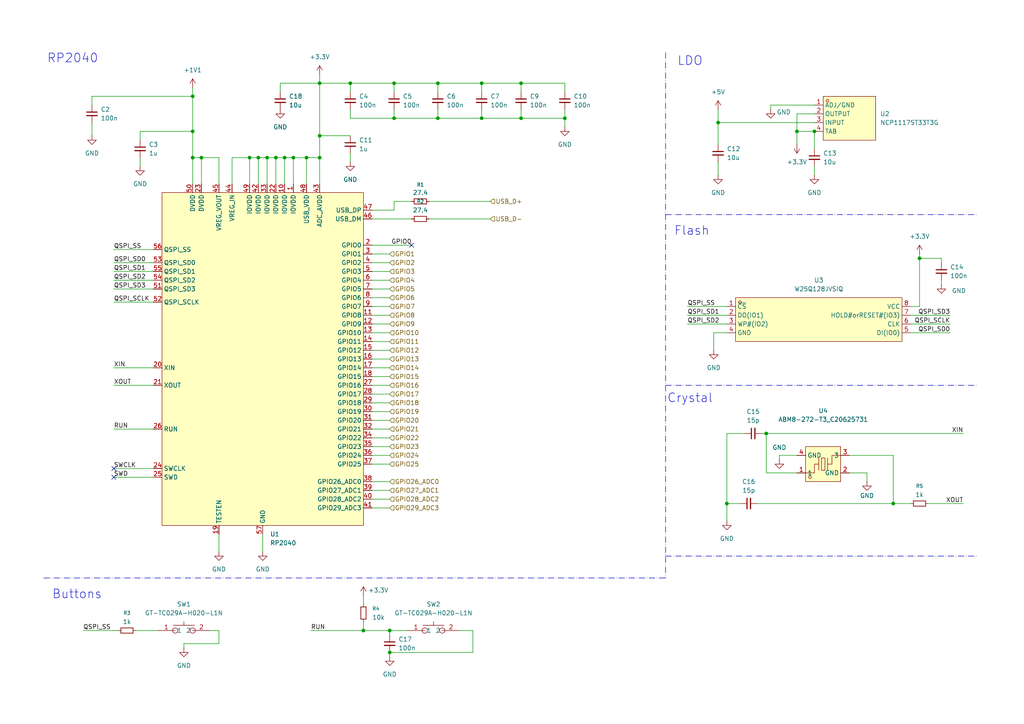
<source format=kicad_sch>
(kicad_sch (version 20250114) (generator "eeschema") (generator_version "9.0")
  (paper "A4")
  (lib_symbols
    (symbol "Device:C_Small" (pin_numbers (hide yes)) (pin_names (offset 0.254) (hide yes))
      (property "Reference" "C" (at 0.254 1.778 0))
      (property "Value" "C_Small" (at 0.254 -2.032 0))
      (symbol "C_Small_0_1"
        (polyline (pts (xy -1.524 0.508) (xy 1.524 0.508)) (stroke (width 0.3048)))
        (polyline (pts (xy -1.524 -0.508) (xy 1.524 -0.508)) (stroke (width 0.3302)))
      )
      (symbol "C_Small_1_1"
        (pin passive line (at 0 2.54 270) (length 2.032) (name "~") (number "1"))
        (pin passive line (at 0 -2.54 90) (length 2.032) (name "~") (number "2"))
      )
    )
    (symbol "Device:R_Small" (pin_numbers (hide yes)) (pin_names (offset 0.254) (hide yes))
      (property "Reference" "R" (at 0 0 90))
      (property "Value" "R_Small" (at 1.778 0 90))
      (symbol "R_Small_0_1"
        (rectangle (start -0.762 1.778) (end 0.762 -1.778) (stroke (width 0.2032)))
      )
      (symbol "R_Small_1_1"
        (pin passive line (at 0 2.54 270) (length 0.762) (name "~") (number "1"))
        (pin passive line (at 0 -2.54 90) (length 0.762) (name "~") (number "2"))
      )
    )
    (symbol "easyeda2kicad:ABM8-272-T3_C20625731"
      (property "Reference" "U" (at 0 7.62 0))
      (property "Value" "ABM8-272-T3_C20625731" (at 0 -7.62 0))
      (symbol "ABM8-272-T3_C20625731_0_1"
        (rectangle (start -5.08 5.08) (end 5.08 -5.08) (fill (type background)))
        (polyline (pts (xy -5.08 -2.54) (xy -2.54 -2.54) (xy -2.54 0) (xy -1.27 0)))
        (circle (center -3.81 -3.81) (radius 0.38))
        (polyline (pts (xy -1.27 -1.78) (xy -1.27 1.78)))
        (rectangle (start -0.51 1.78) (end 0.51 -1.78) (fill (type background)))
        (polyline (pts (xy 1.27 -1.78) (xy 1.27 1.78)))
        (polyline (pts (xy 5.08 2.54) (xy 2.54 2.54) (xy 2.54 0) (xy 1.27 0)))
        (pin input line (at -7.62 2.54 0) (length 2.54) (name "GND") (number "4"))
        (pin input line (at -7.62 -2.54 0) (length 2.54) (name "1") (number "1"))
        (pin input line (at 7.62 2.54 180) (length 2.54) (name "3") (number "3"))
        (pin input line (at 7.62 -2.54 180) (length 2.54) (name "GND") (number "2"))
      )
    )
    (symbol "easyeda2kicad:GT-TC029A-H020-L1N"
      (property "Reference" "SW" (at 0 5.08 0))
      (property "Value" "GT-TC029A-H020-L1N" (at 0 -5.08 0))
      (symbol "GT-TC029A-H020-L1N_0_1"
        (polyline (pts (xy -3.05 1.52) (xy 3.05 1.52)))
        (circle (center -2.54 0) (radius 0.76))
        (polyline (pts (xy 0 1.52) (xy 0 2.54)))
        (circle (center 2.54 0) (radius 0.76))
        (pin unspecified line (at -7.62 0 0) (length 5.08) (name "1") (number "1"))
        (pin unspecified line (at 7.62 0 180) (length 5.08) (name "2") (number "2"))
      )
    )
    (symbol "easyeda2kicad:NCP1117ST33T3G"
      (property "Reference" "U" (at 0 8.89 0))
      (property "Value" "NCP1117ST33T3G" (at 0 -8.89 0))
      (symbol "NCP1117ST33T3G_0_1"
        (rectangle (start -7.62 6.35) (end 7.62 -6.35) (fill (type background)))
        (circle (center -6.35 5.08) (radius 0.38))
        (pin unspecified line (at -10.16 3.81 0) (length 2.54) (name "ADJ/GND") (number "1"))
        (pin unspecified line (at -10.16 1.27 0) (length 2.54) (name "OUTPUT") (number "2"))
        (pin unspecified line (at -10.16 -1.27 0) (length 2.54) (name "INPUT") (number "3"))
        (pin unspecified line (at -10.16 -3.81 0) (length 2.54) (name "TAB") (number "4"))
      )
    )
    (symbol "easyeda2kicad:RP2040"
      (property "Reference" "U" (at 0 58.42 0))
      (property "Value" "RP2040" (at 0 -53.34 0))
      (symbol "RP2040_0_1"
        (rectangle (start -29.21 50.8) (end 29.21 -45.72) (fill (type background)))
        (pin bidirectional line (at -31.75 34.29 0) (length 2.54) (name "QSPI_SS") (number "56"))
        (pin bidirectional line (at -31.75 30.48 0) (length 2.54) (name "QSPI_SD0") (number "53"))
        (pin bidirectional line (at -31.75 27.94 0) (length 2.54) (name "QSPI_SD1") (number "55"))
        (pin bidirectional line (at -31.75 25.4 0) (length 2.54) (name "QSPI_SD2") (number "54"))
        (pin bidirectional line (at -31.75 22.86 0) (length 2.54) (name "QSPI_SD3") (number "51"))
        (pin output line (at -31.75 19.05 0) (length 2.54) (name "QSPI_SCLK") (number "52"))
        (pin input line (at -31.75 0 0) (length 2.54) (name "XIN") (number "20"))
        (pin unspecified line (at -31.75 -5.08 0) (length 2.54) (name "XOUT") (number "21"))
        (pin input line (at -31.75 -17.78 0) (length 2.54) (name "RUN") (number "26"))
        (pin output line (at -31.75 -29.21 0) (length 2.54) (name "SWCLK") (number "24"))
        (pin bidirectional line (at -31.75 -31.75 0) (length 2.54) (name "SWD") (number "25"))
        (pin bidirectional line (at -20.32 53.34 270) (length 2.54) (name "DVDD") (number "50"))
        (pin bidirectional line (at -17.78 53.34 270) (length 2.54) (name "DVDD") (number "23"))
        (pin bidirectional line (at -12.7 53.34 270) (length 2.54) (name "VREG_VOUT") (number "45"))
        (pin unspecified line (at -12.7 -48.26 90) (length 2.54) (name "TESTEN") (number "19"))
        (pin bidirectional line (at -8.89 53.34 270) (length 2.54) (name "VREG_IN") (number "44"))
        (pin bidirectional line (at -3.81 53.34 270) (length 2.54) (name "IOVDD") (number "49"))
        (pin bidirectional line (at -1.27 53.34 270) (length 2.54) (name "IOVDD") (number "42"))
        (pin bidirectional line (at 0 -48.26 90) (length 2.54) (name "GND") (number "57"))
        (pin bidirectional line (at 1.27 53.34 270) (length 2.54) (name "IOVDD") (number "33"))
        (pin bidirectional line (at 3.81 53.34 270) (length 2.54) (name "IOVDD") (number "22"))
        (pin bidirectional line (at 6.35 53.34 270) (length 2.54) (name "IOVDD") (number "10"))
        (pin bidirectional line (at 8.89 53.34 270) (length 2.54) (name "IOVDD") (number "1"))
        (pin bidirectional line (at 12.7 53.34 270) (length 2.54) (name "USB_VDD") (number "48"))
        (pin bidirectional line (at 16.51 53.34 270) (length 2.54) (name "ADC_AVDD") (number "43"))
        (pin bidirectional line (at 31.75 45.72 180) (length 2.54) (name "USB_DP") (number "47"))
        (pin bidirectional line (at 31.75 43.18 180) (length 2.54) (name "USB_DM") (number "46"))
        (pin bidirectional line (at 31.75 35.56 180) (length 2.54) (name "GPIO0") (number "2"))
        (pin bidirectional line (at 31.75 33.02 180) (length 2.54) (name "GPIO1") (number "3"))
        (pin bidirectional line (at 31.75 30.48 180) (length 2.54) (name "GPIO2") (number "4"))
        (pin bidirectional line (at 31.75 27.94 180) (length 2.54) (name "GPIO3") (number "5"))
        (pin bidirectional line (at 31.75 25.4 180) (length 2.54) (name "GPIO4") (number "6"))
        (pin bidirectional line (at 31.75 22.86 180) (length 2.54) (name "GPIO5") (number "7"))
        (pin bidirectional line (at 31.75 20.32 180) (length 2.54) (name "GPIO6") (number "8"))
        (pin bidirectional line (at 31.75 17.78 180) (length 2.54) (name "GPIO7") (number "9"))
        (pin bidirectional line (at 31.75 15.24 180) (length 2.54) (name "GPIO8") (number "11"))
        (pin bidirectional line (at 31.75 12.7 180) (length 2.54) (name "GPIO9") (number "12"))
        (pin bidirectional line (at 31.75 10.16 180) (length 2.54) (name "GPIO10") (number "13"))
        (pin bidirectional line (at 31.75 7.62 180) (length 2.54) (name "GPIO11") (number "14"))
        (pin bidirectional line (at 31.75 5.08 180) (length 2.54) (name "GPIO12") (number "15"))
        (pin bidirectional line (at 31.75 2.54 180) (length 2.54) (name "GPIO13") (number "16"))
        (pin bidirectional line (at 31.75 0 180) (length 2.54) (name "GPIO14") (number "17"))
        (pin bidirectional line (at 31.75 -2.54 180) (length 2.54) (name "GPIO15") (number "18"))
        (pin bidirectional line (at 31.75 -5.08 180) (length 2.54) (name "GPIO16") (number "27"))
        (pin bidirectional line (at 31.75 -7.62 180) (length 2.54) (name "GPIO17") (number "28"))
        (pin bidirectional line (at 31.75 -10.16 180) (length 2.54) (name "GPIO18") (number "29"))
        (pin bidirectional line (at 31.75 -12.7 180) (length 2.54) (name "GPIO19") (number "30"))
        (pin bidirectional line (at 31.75 -15.24 180) (length 2.54) (name "GPIO20") (number "31"))
        (pin bidirectional line (at 31.75 -17.78 180) (length 2.54) (name "GPIO21") (number "32"))
        (pin bidirectional line (at 31.75 -20.32 180) (length 2.54) (name "GPIO22") (number "34"))
        (pin bidirectional line (at 31.75 -22.86 180) (length 2.54) (name "GPIO23") (number "35"))
        (pin bidirectional line (at 31.75 -25.4 180) (length 2.54) (name "GPIO24") (number "36"))
        (pin bidirectional line (at 31.75 -27.94 180) (length 2.54) (name "GPIO25") (number "37"))
        (pin bidirectional line (at 31.75 -33.02 180) (length 2.54) (name "GPIO26_ADC0") (number "38"))
        (pin bidirectional line (at 31.75 -35.56 180) (length 2.54) (name "GPIO27_ADC1") (number "39"))
        (pin bidirectional line (at 31.75 -38.1 180) (length 2.54) (name "GPIO28_ADC2") (number "40"))
        (pin bidirectional line (at 31.75 -40.64 180) (length 2.54) (name "GPIO29_ADC3") (number "41"))
      )
    )
    (symbol "easyeda2kicad:W25Q128JVSIQ"
      (property "Reference" "U" (at 0 8.89 0))
      (property "Value" "W25Q128JVSIQ" (at 0 -8.89 0))
      (symbol "W25Q128JVSIQ_0_1"
        (rectangle (start -24.13 6.35) (end 24.13 -6.35) (fill (type background)))
        (circle (center -22.86 5.08) (radius 0.38))
        (pin unspecified line (at -26.67 3.81 0) (length 2.54) (name "~{CS}") (number "1"))
        (pin unspecified line (at -26.67 1.27 0) (length 2.54) (name "DO(IO1)") (number "2"))
        (pin unspecified line (at -26.67 -1.27 0) (length 2.54) (name "WP#(IO2)") (number "3"))
        (pin unspecified line (at -26.67 -3.81 0) (length 2.54) (name "GND") (number "4"))
        (pin unspecified line (at 26.67 3.81 180) (length 2.54) (name "VCC") (number "8"))
        (pin unspecified line (at 26.67 1.27 180) (length 2.54) (name "HOLD#orRESET#(IO3)") (number "7"))
        (pin unspecified line (at 26.67 -1.27 180) (length 2.54) (name "CLK") (number "6"))
        (pin unspecified line (at 26.67 -3.81 180) (length 2.54) (name "DI(IO0)") (number "5"))
      )
    )
    (symbol "power:+1V1" (power) (pin_numbers (hide yes)) (pin_names (offset 0) (hide yes))
      (property "Value" "+1V1" (at 0 3.556 0))
      (symbol "+1V1_0_1"
        (polyline (pts (xy -0.762 1.27) (xy 0 2.54)))
        (polyline (pts (xy 0 2.54) (xy 0.762 1.27)))
        (polyline (pts (xy 0 0) (xy 0 2.54)))
      )
      (symbol "+1V1_1_1"
        (pin power_in line (at 0 0 90) (length 0) (name "~") (number "1"))
      )
    )
    (symbol "power:+3.3V" (power) (pin_numbers (hide yes)) (pin_names (offset 0) (hide yes))
      (property "Value" "+3.3V" (at 0 3.556 0))
      (symbol "+3.3V_0_1"
        (polyline (pts (xy -0.762 1.27) (xy 0 2.54)))
        (polyline (pts (xy 0 2.54) (xy 0.762 1.27)))
        (polyline (pts (xy 0 0) (xy 0 2.54)))
      )
      (symbol "+3.3V_1_1"
        (pin power_in line (at 0 0 90) (length 0) (name "~") (number "1"))
      )
    )
    (symbol "power:+5V" (power) (pin_numbers (hide yes)) (pin_names (offset 0) (hide yes))
      (property "Value" "+5V" (at 0 3.556 0))
      (symbol "+5V_0_1"
        (polyline (pts (xy -0.762 1.27) (xy 0 2.54)))
        (polyline (pts (xy 0 2.54) (xy 0.762 1.27)))
        (polyline (pts (xy 0 0) (xy 0 2.54)))
      )
      (symbol "+5V_1_1"
        (pin power_in line (at 0 0 90) (length 0) (name "~") (number "1"))
      )
    )
    (symbol "power:GND" (power) (pin_numbers (hide yes)) (pin_names (offset 0) (hide yes))
      (property "Value" "GND" (at 0 -3.81 0))
      (symbol "GND_0_1"
        (polyline (pts (xy 0 0) (xy 0 -1.27) (xy 1.27 -1.27) (xy 0 -2.54) (xy -1.27 -1.27) (xy 0 -1.27)))
      )
      (symbol "GND_1_1"
        (pin power_in line (at 0 0 270) (length 0) (name "~") (number "1"))
      )
    )
  )
  (text "Flash" (at 200.66 67.056 0) (effects (font (size 2.54 2.54))))
  (text "LDO" (at 200.152 17.78 0) (effects (font (size 2.54 2.54))))
  (text "Crystal" (at 200.152 115.57 0) (effects (font (size 2.54 2.54))))
  (text "Buttons" (at 22.352 172.466 0) (effects (font (size 2.54 2.54))))
  (text "RP2040" (at 21.082 17.018 0) (effects (font (size 2.54 2.54))))
  (junction (at 72.39 45.72))
  (junction (at 222.25 125.73))
  (junction (at 208.28 35.56))
  (junction (at 58.42 45.72))
  (junction (at 55.88 38.1))
  (junction (at 151.13 24.13))
  (junction (at 55.88 27.94))
  (junction (at 163.83 34.29))
  (junction (at 139.7 34.29))
  (junction (at 74.93 45.72))
  (junction (at 82.55 45.72))
  (junction (at 80.01 45.72))
  (junction (at 105.41 182.88))
  (junction (at 266.7 74.93))
  (junction (at 88.9 45.72))
  (junction (at 231.14 38.1))
  (junction (at 113.03 182.88))
  (junction (at 210.82 146.05))
  (junction (at 236.22 38.1))
  (junction (at 259.08 146.05))
  (junction (at 92.71 39.37))
  (junction (at 127 24.13))
  (junction (at 139.7 24.13))
  (junction (at 55.88 45.72))
  (junction (at 85.09 45.72))
  (junction (at 92.71 45.72))
  (junction (at 101.6 24.13))
  (junction (at 113.03 189.23))
  (junction (at 127 34.29))
  (junction (at 114.3 34.29))
  (junction (at 114.3 24.13))
  (junction (at 77.47 45.72))
  (junction (at 92.71 24.13))
  (junction (at 151.13 34.29))
  (no_connect (at 119.38 71.12))
  (no_connect (at 33.02 135.89))
  (no_connect (at 33.02 138.43))
  (wire (pts (xy 77.47 45.72) (xy 77.47 53.34)))
  (wire (pts (xy 107.95 139.7) (xy 113.03 139.7)))
  (wire (pts (xy 107.95 111.76) (xy 113.03 111.76)))
  (wire (pts (xy 55.88 25.4) (xy 55.88 27.94)))
  (wire (pts (xy 208.28 31.75) (xy 208.28 35.56)))
  (wire (pts (xy 231.14 38.1) (xy 231.14 41.91)))
  (wire (pts (xy 107.95 106.68) (xy 113.03 106.68)))
  (wire (pts (xy 107.95 93.98) (xy 113.03 93.98)))
  (wire (pts (xy 231.14 38.1) (xy 231.14 33.02)))
  (wire (pts (xy 55.88 27.94) (xy 55.88 38.1)))
  (wire (pts (xy 207.01 101.6) (xy 207.01 96.52)))
  (wire (pts (xy 26.67 35.56) (xy 26.67 39.37)))
  (wire (pts (xy 33.02 76.2) (xy 44.45 76.2)))
  (wire (pts (xy 74.93 45.72) (xy 77.47 45.72)))
  (wire (pts (xy 251.46 137.16) (xy 251.46 139.7)))
  (wire (pts (xy 151.13 24.13) (xy 163.83 24.13)))
  (wire (pts (xy 151.13 34.29) (xy 163.83 34.29)))
  (wire (pts (xy 264.16 88.9) (xy 266.7 88.9)))
  (wire (pts (xy 63.5 154.94) (xy 63.5 160.02)))
  (wire (pts (xy 114.3 24.13) (xy 114.3 26.67)))
  (wire (pts (xy 114.3 24.13) (xy 127 24.13)))
  (wire (pts (xy 40.64 45.72) (xy 40.64 48.26)))
  (wire (pts (xy 273.05 74.93) (xy 273.05 76.2)))
  (wire (pts (xy 76.2 154.94) (xy 76.2 160.02)))
  (wire (pts (xy 236.22 48.26) (xy 236.22 50.8)))
  (wire (pts (xy 92.71 24.13) (xy 92.71 39.37)))
  (wire (pts (xy 137.16 182.88) (xy 133.35 182.88)))
  (wire (pts (xy 114.3 60.96) (xy 114.3 58.42)))
  (wire (pts (xy 139.7 24.13) (xy 151.13 24.13)))
  (wire (pts (xy 113.03 184.15) (xy 113.03 182.88)))
  (wire (pts (xy 107.95 63.5) (xy 119.38 63.5)))
  (wire (pts (xy 163.83 26.67) (xy 163.83 24.13)))
  (wire (pts (xy 259.08 132.08) (xy 259.08 146.05)))
  (wire (pts (xy 275.59 93.98) (xy 264.16 93.98)))
  (wire (pts (xy 139.7 34.29) (xy 151.13 34.29)))
  (wire (pts (xy 33.02 81.28) (xy 44.45 81.28)))
  (wire (pts (xy 107.95 116.84) (xy 113.03 116.84)))
  (wire (pts (xy 236.22 38.1) (xy 231.14 38.1)))
  (wire (pts (xy 208.28 46.99) (xy 208.28 50.8)))
  (wire (pts (xy 92.71 24.13) (xy 101.6 24.13)))
  (wire (pts (xy 231.14 33.02) (xy 236.22 33.02)))
  (wire (pts (xy 208.28 35.56) (xy 236.22 35.56)))
  (wire (pts (xy 105.41 182.88) (xy 113.03 182.88)))
  (wire (pts (xy 226.06 133.35) (xy 226.06 132.08)))
  (wire (pts (xy 55.88 45.72) (xy 58.42 45.72)))
  (wire (pts (xy 127 34.29) (xy 139.7 34.29)))
  (wire (pts (xy 107.95 127) (xy 113.03 127)))
  (wire (pts (xy 82.55 45.72) (xy 82.55 53.34)))
  (wire (pts (xy 113.03 189.23) (xy 137.16 189.23)))
  (wire (pts (xy 139.7 24.13) (xy 139.7 26.67)))
  (wire (pts (xy 246.38 137.16) (xy 251.46 137.16)))
  (wire (pts (xy 107.95 71.12) (xy 119.38 71.12)))
  (polyline (pts (xy 193.04 111.76) (xy 283.21 111.76)) (stroke (width 0) (type dash_dot)))
  (wire (pts (xy 107.95 142.24) (xy 113.03 142.24)))
  (wire (pts (xy 210.82 125.73) (xy 210.82 146.05)))
  (wire (pts (xy 210.82 146.05) (xy 214.63 146.05)))
  (wire (pts (xy 107.95 134.62) (xy 113.03 134.62)))
  (wire (pts (xy 220.98 125.73) (xy 222.25 125.73)))
  (wire (pts (xy 63.5 182.88) (xy 63.5 186.69)))
  (wire (pts (xy 151.13 31.75) (xy 151.13 34.29)))
  (wire (pts (xy 139.7 31.75) (xy 139.7 34.29)))
  (wire (pts (xy 33.02 83.82) (xy 44.45 83.82)))
  (wire (pts (xy 107.95 73.66) (xy 113.03 73.66)))
  (wire (pts (xy 266.7 74.93) (xy 266.7 88.9)))
  (wire (pts (xy 246.38 132.08) (xy 259.08 132.08)))
  (wire (pts (xy 114.3 58.42) (xy 119.38 58.42)))
  (wire (pts (xy 107.95 101.6) (xy 113.03 101.6)))
  (wire (pts (xy 92.71 24.13) (xy 81.28 24.13)))
  (wire (pts (xy 39.37 182.88) (xy 45.72 182.88)))
  (wire (pts (xy 199.39 93.98) (xy 210.82 93.98)))
  (wire (pts (xy 101.6 44.45) (xy 101.6 46.99)))
  (wire (pts (xy 107.95 60.96) (xy 114.3 60.96)))
  (wire (pts (xy 127 31.75) (xy 127 34.29)))
  (wire (pts (xy 124.46 63.5) (xy 142.24 63.5)))
  (wire (pts (xy 101.6 24.13) (xy 114.3 24.13)))
  (wire (pts (xy 163.83 34.29) (xy 163.83 36.83)))
  (wire (pts (xy 107.95 83.82) (xy 113.03 83.82)))
  (wire (pts (xy 127 24.13) (xy 127 26.67)))
  (wire (pts (xy 26.67 27.94) (xy 26.67 30.48)))
  (wire (pts (xy 33.02 135.89) (xy 44.45 135.89)))
  (wire (pts (xy 33.02 138.43) (xy 44.45 138.43)))
  (wire (pts (xy 107.95 76.2) (xy 113.03 76.2)))
  (wire (pts (xy 33.02 78.74) (xy 44.45 78.74)))
  (polyline (pts (xy 12.7 167.64) (xy 193.04 167.64)) (stroke (width 0) (type dash_dot)))
  (wire (pts (xy 88.9 53.34) (xy 88.9 45.72)))
  (wire (pts (xy 53.34 186.69) (xy 53.34 187.96)))
  (wire (pts (xy 114.3 34.29) (xy 127 34.29)))
  (wire (pts (xy 223.52 30.48) (xy 236.22 30.48)))
  (wire (pts (xy 275.59 96.52) (xy 264.16 96.52)))
  (wire (pts (xy 275.59 91.44) (xy 264.16 91.44)))
  (wire (pts (xy 90.17 182.88) (xy 105.41 182.88)))
  (polyline (pts (xy 193.04 15.24) (xy 193.04 167.64)) (stroke (width 0) (type dash_dot)))
  (wire (pts (xy 107.95 121.92) (xy 113.03 121.92)))
  (wire (pts (xy 259.08 146.05) (xy 264.16 146.05)))
  (wire (pts (xy 107.95 109.22) (xy 113.03 109.22)))
  (wire (pts (xy 107.95 147.32) (xy 113.03 147.32)))
  (wire (pts (xy 107.95 78.74) (xy 113.03 78.74)))
  (wire (pts (xy 127 24.13) (xy 139.7 24.13)))
  (wire (pts (xy 222.25 125.73) (xy 279.4 125.73)))
  (wire (pts (xy 63.5 53.34) (xy 63.5 45.72)))
  (wire (pts (xy 137.16 189.23) (xy 137.16 182.88)))
  (wire (pts (xy 101.6 31.75) (xy 101.6 34.29)))
  (wire (pts (xy 40.64 40.64) (xy 40.64 38.1)))
  (wire (pts (xy 163.83 31.75) (xy 163.83 34.29)))
  (wire (pts (xy 72.39 45.72) (xy 74.93 45.72)))
  (wire (pts (xy 63.5 186.69) (xy 53.34 186.69)))
  (wire (pts (xy 208.28 35.56) (xy 208.28 41.91)))
  (wire (pts (xy 55.88 38.1) (xy 55.88 45.72)))
  (wire (pts (xy 80.01 45.72) (xy 82.55 45.72)))
  (wire (pts (xy 72.39 53.34) (xy 72.39 45.72)))
  (wire (pts (xy 58.42 45.72) (xy 58.42 53.34)))
  (wire (pts (xy 107.95 129.54) (xy 113.03 129.54)))
  (wire (pts (xy 92.71 39.37) (xy 92.71 45.72)))
  (wire (pts (xy 266.7 74.93) (xy 266.7 73.66)))
  (wire (pts (xy 114.3 31.75) (xy 114.3 34.29)))
  (wire (pts (xy 273.05 82.55) (xy 273.05 81.28)))
  (wire (pts (xy 107.95 132.08) (xy 113.03 132.08)))
  (wire (pts (xy 81.28 24.13) (xy 81.28 26.67)))
  (wire (pts (xy 107.95 104.14) (xy 113.03 104.14)))
  (wire (pts (xy 207.01 96.52) (xy 210.82 96.52)))
  (polyline (pts (xy 193.04 62.23) (xy 283.21 62.23)) (stroke (width 0) (type dash_dot)))
  (wire (pts (xy 92.71 45.72) (xy 92.71 53.34)))
  (wire (pts (xy 199.39 91.44) (xy 210.82 91.44)))
  (wire (pts (xy 222.25 137.16) (xy 222.25 125.73)))
  (wire (pts (xy 24.13 182.88) (xy 34.29 182.88)))
  (wire (pts (xy 107.95 96.52) (xy 113.03 96.52)))
  (wire (pts (xy 85.09 45.72) (xy 88.9 45.72)))
  (wire (pts (xy 77.47 45.72) (xy 80.01 45.72)))
  (wire (pts (xy 33.02 87.63) (xy 44.45 87.63)))
  (wire (pts (xy 199.39 88.9) (xy 210.82 88.9)))
  (wire (pts (xy 231.14 137.16) (xy 222.25 137.16)))
  (wire (pts (xy 101.6 24.13) (xy 101.6 26.67)))
  (wire (pts (xy 55.88 53.34) (xy 55.88 45.72)))
  (wire (pts (xy 107.95 91.44) (xy 113.03 91.44)))
  (polyline (pts (xy 193.04 161.29) (xy 283.21 161.29)) (stroke (width 0) (type dash_dot)))
  (wire (pts (xy 26.67 27.94) (xy 55.88 27.94)))
  (wire (pts (xy 85.09 53.34) (xy 85.09 45.72)))
  (wire (pts (xy 113.03 190.5) (xy 113.03 189.23)))
  (wire (pts (xy 63.5 45.72) (xy 58.42 45.72)))
  (wire (pts (xy 60.96 182.88) (xy 63.5 182.88)))
  (wire (pts (xy 105.41 172.72) (xy 105.41 175.26)))
  (wire (pts (xy 88.9 45.72) (xy 92.71 45.72)))
  (wire (pts (xy 107.95 124.46) (xy 113.03 124.46)))
  (wire (pts (xy 74.93 45.72) (xy 74.93 53.34)))
  (wire (pts (xy 107.95 88.9) (xy 113.03 88.9)))
  (wire (pts (xy 80.01 45.72) (xy 80.01 53.34)))
  (wire (pts (xy 107.95 144.78) (xy 113.03 144.78)))
  (wire (pts (xy 113.03 182.88) (xy 118.11 182.88)))
  (wire (pts (xy 107.95 99.06) (xy 113.03 99.06)))
  (wire (pts (xy 33.02 124.46) (xy 44.45 124.46)))
  (wire (pts (xy 107.95 81.28) (xy 113.03 81.28)))
  (wire (pts (xy 92.71 39.37) (xy 101.6 39.37)))
  (wire (pts (xy 210.82 146.05) (xy 210.82 151.13)))
  (wire (pts (xy 33.02 111.76) (xy 44.45 111.76)))
  (wire (pts (xy 269.24 146.05) (xy 279.4 146.05)))
  (wire (pts (xy 101.6 34.29) (xy 114.3 34.29)))
  (wire (pts (xy 124.46 58.42) (xy 142.24 58.42)))
  (wire (pts (xy 40.64 38.1) (xy 55.88 38.1)))
  (wire (pts (xy 223.52 31.75) (xy 223.52 30.48)))
  (wire (pts (xy 219.71 146.05) (xy 259.08 146.05)))
  (wire (pts (xy 33.02 72.39) (xy 44.45 72.39)))
  (wire (pts (xy 107.95 86.36) (xy 113.03 86.36)))
  (wire (pts (xy 33.02 106.68) (xy 44.45 106.68)))
  (wire (pts (xy 107.95 119.38) (xy 113.03 119.38)))
  (wire (pts (xy 82.55 45.72) (xy 85.09 45.72)))
  (wire (pts (xy 92.71 21.59) (xy 92.71 24.13)))
  (wire (pts (xy 107.95 114.3) (xy 113.03 114.3)))
  (wire (pts (xy 67.31 45.72) (xy 72.39 45.72)))
  (wire (pts (xy 151.13 24.13) (xy 151.13 26.67)))
  (wire (pts (xy 226.06 132.08) (xy 231.14 132.08)))
  (wire (pts (xy 273.05 74.93) (xy 266.7 74.93)))
  (wire (pts (xy 236.22 38.1) (xy 236.22 43.18)))
  (wire (pts (xy 105.41 180.34) (xy 105.41 182.88)))
  (wire (pts (xy 215.9 125.73) (xy 210.82 125.73)))
  (wire (pts (xy 67.31 53.34) (xy 67.31 45.72)))
  (label "QSPI_SS" (at 33.02 72.39 0))
  (label "QSPI_SS" (at 199.39 88.9 0))
  (label "SWD" (at 33.02 138.43 0))
  (label "QSPI_SD0" (at 33.02 76.2 0))
  (label "QSPI_SD0" (at 275.59 96.52 180))
  (label "XIN" (at 33.02 106.68 0))
  (label "RUN" (at 90.17 182.88 0))
  (label "QSPI_SD1" (at 199.39 91.44 0))
  (label "RUN" (at 33.02 124.46 0))
  (label "QSPI_SS" (at 24.13 182.88 0))
  (label "QSPI_SCLK" (at 33.02 87.63 0))
  (label "QSPI_SD3" (at 33.02 83.82 0))
  (label "QSPI_SD2" (at 199.39 93.98 0))
  (label "XOUT" (at 279.4 146.05 180))
  (label "QSPI_SCLK" (at 275.59 93.98 180))
  (label "QSPI_SD3" (at 275.59 91.44 180))
  (label "XOUT" (at 33.02 111.76 0))
  (label "QSPI_SD1" (at 33.02 78.74 0))
  (label "SWCLK" (at 33.02 135.89 0))
  (label "XIN" (at 279.4 125.73 180))
  (label "GPIO0" (at 119.38 71.12 180))
  (label "QSPI_SD2" (at 33.02 81.28 0))
  (hierarchical_label "GPIO21" (shape input) (at 113.03 124.46 0))
  (hierarchical_label "GPIO20" (shape input) (at 113.03 121.92 0))
  (hierarchical_label "GPIO28_ADC2" (shape input) (at 113.03 144.78 0))
  (hierarchical_label "USB_D-" (shape input) (at 142.24 63.5 0))
  (hierarchical_label "GPIO17" (shape input) (at 113.03 114.3 0))
  (hierarchical_label "GPIO26_ADC0" (shape input) (at 113.03 139.7 0))
  (hierarchical_label "GPIO10" (shape input) (at 113.03 96.52 0))
  (hierarchical_label "GPIO7" (shape input) (at 113.03 88.9 0))
  (hierarchical_label "GPIO6" (shape input) (at 113.03 86.36 0))
  (hierarchical_label "GPIO11" (shape input) (at 113.03 99.06 0))
  (hierarchical_label "GPIO1" (shape input) (at 113.03 73.66 0))
  (hierarchical_label "GPIO9" (shape input) (at 113.03 93.98 0))
  (hierarchical_label "GPIO2" (shape input) (at 113.03 76.2 0))
  (hierarchical_label "GPIO4" (shape input) (at 113.03 81.28 0))
  (hierarchical_label "GPIO14" (shape input) (at 113.03 106.68 0))
  (hierarchical_label "GPIO18" (shape input) (at 113.03 116.84 0))
  (hierarchical_label "GPIO15" (shape input) (at 113.03 109.22 0))
  (hierarchical_label "GPIO16" (shape input) (at 113.03 111.76 0))
  (hierarchical_label "GPIO13" (shape input) (at 113.03 104.14 0))
  (hierarchical_label "GPIO27_ADC1" (shape input) (at 113.03 142.24 0))
  (hierarchical_label "GPIO29_ADC3" (shape input) (at 113.03 147.32 0))
  (hierarchical_label "GPIO3" (shape input) (at 113.03 78.74 0))
  (hierarchical_label "GPIO19" (shape input) (at 113.03 119.38 0))
  (hierarchical_label "GPIO22" (shape input) (at 113.03 127 0))
  (hierarchical_label "GPIO8" (shape input) (at 113.03 91.44 0))
  (hierarchical_label "GPIO23" (shape input) (at 113.03 129.54 0))
  (hierarchical_label "GPIO5" (shape input) (at 113.03 83.82 0))
  (hierarchical_label "GPIO24" (shape input) (at 113.03 132.08 0))
  (hierarchical_label "USB_D+" (shape input) (at 142.24 58.42 0))
  (hierarchical_label "GPIO25" (shape input) (at 113.03 134.62 0))
  (hierarchical_label "GPIO12" (shape input) (at 113.03 101.6 0))
  (symbol (lib_id "Device:C_Small") (at 26.67 33.02 0) (unit 1)
    (property "Reference" "C2" (at 29.21 31.7562 0) (effects (justify left)))
    (property "Value" "100n" (at 29.21 34.2962 0) (effects (justify left)))
    (property "Footprint" "Capacitor_SMD:C_0805_2012Metric_Pad1.18x1.45mm_HandSolder" (effects (hide yes)))
    (property "Description" "Unpolarized capacitor, small symbol" (effects (hide yes)))
  )
  (symbol (lib_id "power:GND") (at 40.64 48.26 0) (unit 1)
    (property "Reference" "#PWR03" (effects (hide yes)))
    (property "Value" "GND" (at 40.64 53.34 0))
    (property "Description" "Power symbol creates a global label with name \"GND\" , ground" (effects (hide yes)))
  )
  (symbol (lib_id "power:GND") (at 163.83 36.83 0) (unit 1)
    (property "Reference" "#PWR04" (effects (hide yes)))
    (property "Value" "GND" (at 163.83 41.91 0))
    (property "Description" "Power symbol creates a global label with name \"GND\" , ground" (effects (hide yes)))
  )
  (symbol (lib_id "Device:R_Small") (at 266.7 146.05 90) (unit 1)
    (property "Reference" "R5" (at 266.7 140.97 90) (effects (font (size 1.016 1.016))))
    (property "Value" "1k" (at 266.7 143.51 90))
    (property "Footprint" "Resistor_SMD:R_0805_2012Metric_Pad1.20x1.40mm_HandSolder" (effects (hide yes)))
    (property "Description" "Resistor, small symbol" (effects (hide yes)))
  )
  (symbol (lib_id "power:GND") (at 236.22 50.8 0) (unit 1)
    (property "Reference" "#PWR012" (effects (hide yes)))
    (property "Value" "GND" (at 236.22 55.88 0))
    (property "Description" "Power symbol creates a global label with name \"GND\" , ground" (effects (hide yes)))
  )
  (symbol (lib_id "Device:C_Small") (at 127 29.21 0) (unit 1)
    (property "Reference" "C6" (at 129.54 27.9462 0) (effects (justify left)))
    (property "Value" "100n" (at 129.54 30.4862 0) (effects (justify left)))
    (property "Footprint" "Capacitor_SMD:C_0805_2012Metric_Pad1.18x1.45mm_HandSolder" (effects (hide yes)))
    (property "Description" "Unpolarized capacitor, small symbol" (effects (hide yes)))
  )
  (symbol (lib_id "power:+3.3V") (at 105.41 172.72 0) (unit 1)
    (property "Reference" "#PWR020" (effects (hide yes)))
    (property "Value" "+3.3V" (at 109.728 171.196 0))
    (property "Description" "Power symbol creates a global label with name \"+3.3V\"" (effects (hide yes)))
  )
  (symbol (lib_id "power:GND") (at 76.2 160.02 0) (unit 1)
    (property "Reference" "#PWR01" (effects (hide yes)))
    (property "Value" "GND" (at 76.2 165.1 0))
    (property "Description" "Power symbol creates a global label with name \"GND\" , ground" (effects (hide yes)))
  )
  (symbol (lib_id "power:GND") (at 81.28 31.75 0) (unit 1)
    (property "Reference" "#PWR022" (effects (hide yes)))
    (property "Value" "GND" (at 81.28 36.83 0))
    (property "Description" "Power symbol creates a global label with name \"GND\" , ground" (effects (hide yes)))
  )
  (symbol (lib_id "easyeda2kicad:NCP1117ST33T3G") (at 246.38 34.29 0) (unit 1)
    (property "Reference" "U2" (at 255.27 33.0199 0) (effects (justify left)))
    (property "Value" "NCP1117ST33T3G" (at 255.27 35.5599 0) (effects (justify left)))
    (property "Footprint" "easyeda2kicad:SOT-223-3_L6.5-W3.4-P2.30-LS7.0-BR" (effects (hide yes)))
    (property "Datasheet" "https://lcsc.com/product-detail/Linear-Voltage-Regulators_ON_NCP1117ST33T3G_NCP1117ST33T3G_C26537.html" (effects (hide yes)))
    (property "LCSC Part" "C26537" (effects (hide yes)))
  )
  (symbol (lib_id "Device:C_Small") (at 208.28 44.45 0) (unit 1)
    (property "Reference" "C12" (at 210.82 43.1862 0) (effects (justify left)))
    (property "Value" "10u" (at 210.82 45.7262 0) (effects (justify left)))
    (property "Footprint" "Capacitor_SMD:C_0805_2012Metric_Pad1.18x1.45mm_HandSolder" (effects (hide yes)))
    (property "Description" "Unpolarized capacitor, small symbol" (effects (hide yes)))
  )
  (symbol (lib_id "power:GND") (at 251.46 139.7 0) (unit 1)
    (property "Reference" "#PWR015" (effects (hide yes)))
    (property "Value" "GND" (at 251.46 143.764 0))
    (property "Description" "Power symbol creates a global label with name \"GND\" , ground" (effects (hide yes)))
  )
  (symbol (lib_id "Device:C_Small") (at 101.6 41.91 0) (unit 1)
    (property "Reference" "C11" (at 104.14 40.6462 0) (effects (justify left)))
    (property "Value" "1u" (at 104.14 43.1862 0) (effects (justify left)))
    (property "Footprint" "Capacitor_SMD:C_0805_2012Metric_Pad1.18x1.45mm_HandSolder" (effects (hide yes)))
    (property "Description" "Unpolarized capacitor, small symbol" (effects (hide yes)))
  )
  (symbol (lib_id "easyeda2kicad:RP2040") (at 76.2 106.68 0) (unit 1)
    (property "Reference" "U1" (at 78.3433 154.94 0) (effects (justify left)))
    (property "Value" "RP2040" (at 78.3433 157.48 0) (effects (justify left)))
    (property "Footprint" "easyeda2kicad:LQFN-56_L7.0-W7.0-P0.4-EP" (effects (hide yes)))
    (property "LCSC Part" "C2040" (effects (hide yes)))
  )
  (symbol (lib_id "power:GND") (at 223.52 31.75 0) (unit 1)
    (property "Reference" "#PWR010" (effects (hide yes)))
    (property "Value" "GND" (at 227.33 32.512 0))
    (property "Description" "Power symbol creates a global label with name \"GND\" , ground" (effects (hide yes)))
  )
  (symbol (lib_id "power:GND") (at 207.01 101.6 0) (unit 1)
    (property "Reference" "#PWR014" (effects (hide yes)))
    (property "Value" "GND" (at 207.01 106.68 0))
    (property "Description" "Power symbol creates a global label with name \"GND\" , ground" (effects (hide yes)))
  )
  (symbol (lib_id "easyeda2kicad:GT-TC029A-H020-L1N") (at 125.73 182.88 0) (unit 1)
    (property "Reference" "SW2" (at 125.73 175.26 0))
    (property "Value" "GT-TC029A-H020-L1N" (at 125.73 177.8 0))
    (property "Footprint" "easyeda2kicad:SW-SMD_L3.9-W2.9-LS5.0" (effects (hide yes)))
    (property "Datasheet" "https://lcsc.com/product-detail/Tactile-Switches_G-Switch-GT-TC029A-H020-L1N_C778164.html" (effects (hide yes)))
    (property "LCSC Part" "C778164" (effects (hide yes)))
  )
  (symbol (lib_id "power:GND") (at 53.34 187.96 0) (unit 1)
    (property "Reference" "#PWR018" (effects (hide yes)))
    (property "Value" "GND" (at 53.34 193.04 0))
    (property "Description" "Power symbol creates a global label with name \"GND\" , ground" (effects (hide yes)))
  )
  (symbol (lib_id "Device:C_Small") (at 113.03 186.69 0) (unit 1)
    (property "Reference" "C17" (at 115.57 185.4262 0) (effects (justify left)))
    (property "Value" "100n" (at 115.57 187.9662 0) (effects (justify left)))
    (property "Footprint" "Capacitor_SMD:C_0805_2012Metric_Pad1.18x1.45mm_HandSolder" (effects (hide yes)))
    (property "Description" "Unpolarized capacitor, small symbol" (effects (hide yes)))
  )
  (symbol (lib_id "power:+3.3V") (at 266.7 73.66 0) (unit 1)
    (property "Reference" "#PWR013" (effects (hide yes)))
    (property "Value" "+3.3V" (at 266.7 68.58 0))
    (property "Description" "Power symbol creates a global label with name \"+3.3V\"" (effects (hide yes)))
  )
  (symbol (lib_id "Device:C_Small") (at 40.64 43.18 0) (unit 1)
    (property "Reference" "C3" (at 43.18 41.9162 0) (effects (justify left)))
    (property "Value" "1u" (at 43.18 44.4562 0) (effects (justify left)))
    (property "Footprint" "Capacitor_SMD:C_0805_2012Metric_Pad1.18x1.45mm_HandSolder" (effects (hide yes)))
    (property "Description" "Unpolarized capacitor, small symbol" (effects (hide yes)))
  )
  (symbol (lib_id "power:GND") (at 210.82 151.13 0) (unit 1)
    (property "Reference" "#PWR017" (effects (hide yes)))
    (property "Value" "GND" (at 210.82 156.21 0))
    (property "Description" "Power symbol creates a global label with name \"GND\" , ground" (effects (hide yes)))
  )
  (symbol (lib_id "power:GND") (at 273.05 82.55 0) (unit 1)
    (property "Reference" "#PWR021" (effects (hide yes)))
    (property "Value" "GND" (at 278.13 84.328 0))
    (property "Description" "Power symbol creates a global label with name \"GND\" , ground" (effects (hide yes)))
  )
  (symbol (lib_id "power:GND") (at 113.03 190.5 0) (unit 1)
    (property "Reference" "#PWR019" (effects (hide yes)))
    (property "Value" "GND" (at 113.03 195.58 0))
    (property "Description" "Power symbol creates a global label with name \"GND\" , ground" (effects (hide yes)))
  )
  (symbol (lib_id "power:GND") (at 226.06 133.35 0) (unit 1)
    (property "Reference" "#PWR016" (effects (hide yes)))
    (property "Value" "GND" (at 226.06 129.794 0))
    (property "Description" "Power symbol creates a global label with name \"GND\" , ground" (effects (hide yes)))
  )
  (symbol (lib_id "easyeda2kicad:ABM8-272-T3_C20625731") (at 238.76 134.62 0) (unit 1)
    (property "Reference" "U4" (at 238.76 119.126 0))
    (property "Value" "ABM8-272-T3_C20625731" (at 238.76 121.666 0))
    (property "Footprint" "easyeda2kicad:CRYSTAL-SMD_4P-L3.2-W2.5-BL" (effects (hide yes)))
    (property "LCSC Part" "C20625731" (effects (hide yes)))
  )
  (symbol (lib_id "power:GND") (at 101.6 46.99 0) (unit 1)
    (property "Reference" "#PWR05" (effects (hide yes)))
    (property "Value" "GND" (at 101.6 52.07 0))
    (property "Description" "Power symbol creates a global label with name \"GND\" , ground" (effects (hide yes)))
  )
  (symbol (lib_id "Device:C_Small") (at 114.3 29.21 0) (unit 1)
    (property "Reference" "C5" (at 116.84 27.9462 0) (effects (justify left)))
    (property "Value" "100n" (at 116.84 30.4862 0) (effects (justify left)))
    (property "Footprint" "Capacitor_SMD:C_0805_2012Metric_Pad1.18x1.45mm_HandSolder" (effects (hide yes)))
    (property "Description" "Unpolarized capacitor, small symbol" (effects (hide yes)))
  )
  (symbol (lib_id "Device:R_Small") (at 36.83 182.88 90) (unit 1)
    (property "Reference" "R3" (at 36.83 177.8 90) (effects (font (size 1.016 1.016))))
    (property "Value" "1k" (at 36.83 180.34 90))
    (property "Footprint" "Resistor_SMD:R_0805_2012Metric_Pad1.20x1.40mm_HandSolder" (effects (hide yes)))
    (property "Description" "Resistor, small symbol" (effects (hide yes)))
  )
  (symbol (lib_id "power:+3.3V") (at 92.71 21.59 0) (unit 1)
    (property "Reference" "#PWR08" (effects (hide yes)))
    (property "Value" "+3.3V" (at 92.71 16.51 0))
    (property "Description" "Power symbol creates a global label with name \"+3.3V\"" (effects (hide yes)))
  )
  (symbol (lib_id "power:GND") (at 63.5 160.02 0) (unit 1)
    (property "Reference" "#PWR02" (effects (hide yes)))
    (property "Value" "GND" (at 63.5 165.1 0))
    (property "Description" "Power symbol creates a global label with name \"GND\" , ground" (effects (hide yes)))
  )
  (symbol (lib_id "easyeda2kicad:W25Q128JVSIQ") (at 237.49 92.71 0) (unit 1)
    (property "Reference" "U3" (at 237.49 81.28 0))
    (property "Value" "W25Q128JVSIQ" (at 237.49 83.82 0))
    (property "Footprint" "easyeda2kicad:SOIC-8_L5.3-W5.3-P1.27-LS8.0-BL" (effects (hide yes)))
    (property "Datasheet" "https://lcsc.com/product-detail/FLASH_Winbond-Elec-W25Q128JVSIQ_C113767.html" (effects (hide yes)))
    (property "LCSC Part" "C113767" (effects (hide yes)))
  )
  (symbol (lib_id "Device:C_Small") (at 218.44 125.73 90) (unit 1)
    (property "Reference" "C15" (at 218.4463 119.38 90))
    (property "Value" "15p" (at 218.4463 121.92 90))
    (property "Footprint" "Capacitor_SMD:C_0805_2012Metric_Pad1.18x1.45mm_HandSolder" (effects (hide yes)))
    (property "Description" "Unpolarized capacitor, small symbol" (effects (hide yes)))
  )
  (symbol (lib_id "power:GND") (at 26.67 39.37 0) (unit 1)
    (property "Reference" "#PWR06" (effects (hide yes)))
    (property "Value" "GND" (at 26.67 44.45 0))
    (property "Description" "Power symbol creates a global label with name \"GND\" , ground" (effects (hide yes)))
  )
  (symbol (lib_id "power:GND") (at 208.28 50.8 0) (unit 1)
    (property "Reference" "#PWR011" (effects (hide yes)))
    (property "Value" "GND" (at 208.28 55.88 0))
    (property "Description" "Power symbol creates a global label with name \"GND\" , ground" (effects (hide yes)))
  )
  (symbol (lib_id "Device:C_Small") (at 81.28 29.21 0) (unit 1)
    (property "Reference" "C18" (at 83.82 27.9462 0) (effects (justify left)))
    (property "Value" "10u" (at 83.82 30.4862 0) (effects (justify left)))
    (property "Footprint" "Capacitor_SMD:C_0805_2012Metric_Pad1.18x1.45mm_HandSolder" (effects (hide yes)))
    (property "Description" "Unpolarized capacitor, small symbol" (effects (hide yes)))
  )
  (symbol (lib_id "Device:C_Small") (at 151.13 29.21 0) (unit 1)
    (property "Reference" "C9" (at 153.67 27.9462 0) (effects (justify left)))
    (property "Value" "100n" (at 153.67 30.4862 0) (effects (justify left)))
    (property "Footprint" "Capacitor_SMD:C_0805_2012Metric_Pad1.18x1.45mm_HandSolder" (effects (hide yes)))
    (property "Description" "Unpolarized capacitor, small symbol" (effects (hide yes)))
  )
  (symbol (lib_id "Device:C_Small") (at 101.6 29.21 0) (unit 1)
    (property "Reference" "C4" (at 104.14 27.9462 0) (effects (justify left)))
    (property "Value" "100n" (at 104.14 30.4862 0) (effects (justify left)))
    (property "Footprint" "Capacitor_SMD:C_0805_2012Metric_Pad1.18x1.45mm_HandSolder" (effects (hide yes)))
    (property "Description" "Unpolarized capacitor, small symbol" (effects (hide yes)))
  )
  (symbol (lib_id "Device:R_Small") (at 121.92 63.5 90) (unit 1)
    (property "Reference" "R2" (at 121.92 58.42 90) (effects (font (size 1.016 1.016))))
    (property "Value" "27.4" (at 121.92 60.96 90))
    (property "Footprint" "Resistor_SMD:R_0805_2012Metric_Pad1.20x1.40mm_HandSolder" (effects (hide yes)))
    (property "Description" "Resistor, small symbol" (effects (hide yes)))
  )
  (symbol (lib_id "power:+3.3V") (at 231.14 41.91 180) (unit 1)
    (property "Reference" "#PWR076" (effects (hide yes)))
    (property "Value" "+3.3V" (at 231.14 46.99 0))
    (property "Description" "Power symbol creates a global label with name \"+3.3V\"" (effects (hide yes)))
  )
  (symbol (lib_id "Device:C_Small") (at 163.83 29.21 0) (unit 1)
    (property "Reference" "C10" (at 166.37 27.9462 0) (effects (justify left)))
    (property "Value" "100n" (at 166.37 30.4862 0) (effects (justify left)))
    (property "Footprint" "Capacitor_SMD:C_0805_2012Metric_Pad1.18x1.45mm_HandSolder" (effects (hide yes)))
    (property "Description" "Unpolarized capacitor, small symbol" (effects (hide yes)))
  )
  (symbol (lib_id "Device:R_Small") (at 105.41 177.8 180) (unit 1)
    (property "Reference" "R4" (at 107.95 176.5299 0) (effects (font (size 1.016 1.016)) (justify right)))
    (property "Value" "10k" (at 107.95 179.0699 0) (effects (justify right)))
    (property "Footprint" "Resistor_SMD:R_0805_2012Metric_Pad1.20x1.40mm_HandSolder" (effects (hide yes)))
    (property "Description" "Resistor, small symbol" (effects (hide yes)))
  )
  (symbol (lib_id "Device:R_Small") (at 121.92 58.42 90) (unit 1)
    (property "Reference" "R1" (at 121.92 53.594 90) (effects (font (size 1.016 1.016))))
    (property "Value" "27.4" (at 121.92 55.88 90))
    (property "Footprint" "Resistor_SMD:R_0805_2012Metric_Pad1.20x1.40mm_HandSolder" (effects (hide yes)))
    (property "Description" "Resistor, small symbol" (effects (hide yes)))
  )
  (symbol (lib_id "Device:C_Small") (at 139.7 29.21 0) (unit 1)
    (property "Reference" "C7" (at 142.24 27.9462 0) (effects (justify left)))
    (property "Value" "100n" (at 142.24 30.4862 0) (effects (justify left)))
    (property "Footprint" "Capacitor_SMD:C_0805_2012Metric_Pad1.18x1.45mm_HandSolder" (effects (hide yes)))
    (property "Description" "Unpolarized capacitor, small symbol" (effects (hide yes)))
  )
  (symbol (lib_id "easyeda2kicad:GT-TC029A-H020-L1N") (at 53.34 182.88 0) (unit 1)
    (property "Reference" "SW1" (at 53.34 175.26 0))
    (property "Value" "GT-TC029A-H020-L1N" (at 53.34 177.8 0))
    (property "Footprint" "easyeda2kicad:SW-SMD_L3.9-W2.9-LS5.0" (effects (hide yes)))
    (property "Datasheet" "https://lcsc.com/product-detail/Tactile-Switches_G-Switch-GT-TC029A-H020-L1N_C778164.html" (effects (hide yes)))
    (property "LCSC Part" "C778164" (effects (hide yes)))
  )
  (symbol (lib_id "power:+1V1") (at 55.88 25.4 0) (unit 1)
    (property "Reference" "#PWR07" (effects (hide yes)))
    (property "Value" "+1V1" (at 55.88 20.32 0))
    (property "Description" "Power symbol creates a global label with name \"+1V1\"" (effects (hide yes)))
  )
  (symbol (lib_id "power:+5V") (at 208.28 31.75 0) (unit 1)
    (property "Reference" "#PWR09" (effects (hide yes)))
    (property "Value" "+5V" (at 208.28 26.67 0))
    (property "Description" "Power symbol creates a global label with name \"+5V\"" (effects (hide yes)))
  )
  (symbol (lib_id "Device:C_Small") (at 236.22 45.72 0) (unit 1)
    (property "Reference" "C13" (at 238.76 44.4562 0) (effects (justify left)))
    (property "Value" "10u" (at 238.76 46.9962 0) (effects (justify left)))
    (property "Footprint" "Capacitor_SMD:C_0805_2012Metric_Pad1.18x1.45mm_HandSolder" (effects (hide yes)))
    (property "Description" "Unpolarized capacitor, small symbol" (effects (hide yes)))
  )
  (symbol (lib_id "Device:C_Small") (at 217.17 146.05 90) (unit 1)
    (property "Reference" "C16" (at 217.1763 139.7 90))
    (property "Value" "15p" (at 217.1763 142.24 90))
    (property "Footprint" "Capacitor_SMD:C_0805_2012Metric_Pad1.18x1.45mm_HandSolder" (effects (hide yes)))
    (property "Description" "Unpolarized capacitor, small symbol" (effects (hide yes)))
  )
  (symbol (lib_id "Device:C_Small") (at 273.05 78.74 0) (unit 1)
    (property "Reference" "C14" (at 275.59 77.4762 0) (effects (justify left)))
    (property "Value" "100n" (at 275.59 80.0162 0) (effects (justify left)))
    (property "Footprint" "Capacitor_SMD:C_0805_2012Metric_Pad1.18x1.45mm_HandSolder" (effects (hide yes)))
    (property "Description" "Unpolarized capacitor, small symbol" (effects (hide yes)))
  )
)
</source>
